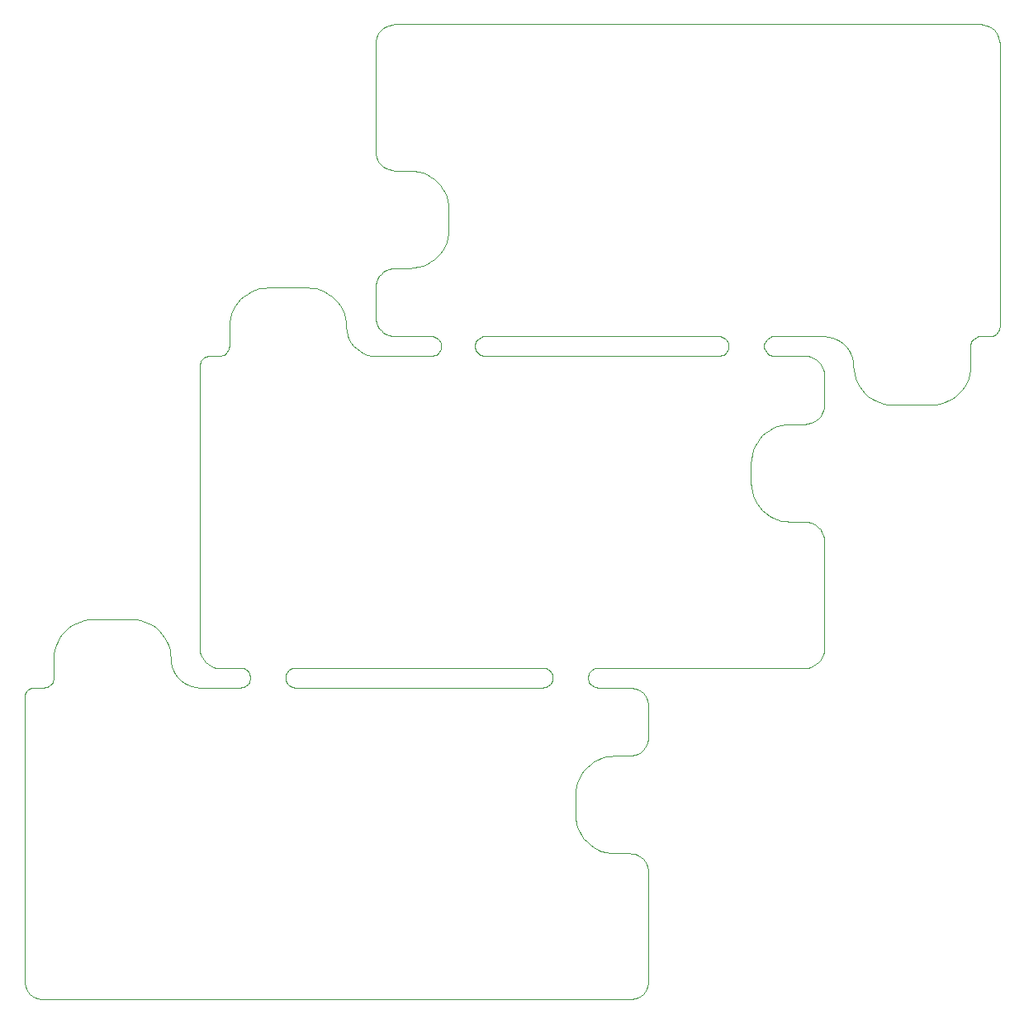
<source format=gko>
%MOIN*%
%OFA0B0*%
%FSLAX44Y44*%
%IPPOS*%
%LPD*%
%ADD10C,0*%
D10*
X00010948Y00013385D02*
X00010948Y00013385D01*
X00020930Y00013385D01*
X00020992Y00013380D01*
X00021052Y00013366D01*
X00021109Y00013342D01*
X00021161Y00013310D01*
X00021208Y00013270D01*
X00021249Y00013223D01*
X00021281Y00013170D01*
X00021304Y00013113D01*
X00021319Y00013053D01*
X00021324Y00012992D01*
X00021319Y00012930D01*
X00021304Y00012870D01*
X00021281Y00012813D01*
X00021249Y00012760D01*
X00021208Y00012713D01*
X00021161Y00012673D01*
X00021109Y00012641D01*
X00021052Y00012617D01*
X00020992Y00012603D01*
X00020930Y00012598D01*
X00020920Y00012598D01*
X00010927Y00012598D01*
X00010865Y00012603D01*
X00010805Y00012617D01*
X00010748Y00012641D01*
X00010695Y00012673D01*
X00010648Y00012713D01*
X00010608Y00012760D01*
X00010576Y00012813D01*
X00010552Y00012870D01*
X00010538Y00012930D01*
X00010533Y00012992D01*
X00010538Y00013053D01*
X00010552Y00013113D01*
X00010576Y00013170D01*
X00010608Y00013223D01*
X00010648Y00013270D01*
X00010695Y00013310D01*
X00010748Y00013342D01*
X00010805Y00013366D01*
X00010865Y00013380D01*
X00010927Y00013385D01*
X00010948Y00013385D01*
X00018580Y00025984D02*
X00018580Y00025984D01*
X00018518Y00025989D01*
X00018458Y00026003D01*
X00018401Y00026027D01*
X00018349Y00026059D01*
X00018302Y00026099D01*
X00018261Y00026146D01*
X00018229Y00026199D01*
X00018205Y00026256D01*
X00018191Y00026316D01*
X00018186Y00026377D01*
X00018191Y00026439D01*
X00018205Y00026499D01*
X00018229Y00026556D01*
X00018261Y00026609D01*
X00018302Y00026656D01*
X00018349Y00026696D01*
X00018401Y00026728D01*
X00018458Y00026752D01*
X00018518Y00026766D01*
X00018580Y00026771D01*
X00018653Y00026771D01*
X00018653Y00026771D01*
X00018653Y00026771D01*
X00018653Y00026771D01*
X00018653Y00026771D01*
X00018653Y00026771D01*
X00018653Y00026771D01*
X00018653Y00026771D01*
X00018653Y00026771D01*
X00018653Y00026771D01*
X00018653Y00026771D01*
X00018653Y00026771D01*
X00018653Y00026771D01*
X00018653Y00026771D01*
X00018653Y00026771D01*
X00018653Y00026771D01*
X00018653Y00026771D01*
X00018653Y00026771D01*
X00018653Y00026771D01*
X00018653Y00026771D01*
X00018653Y00026771D01*
X00028027Y00026771D01*
X00028027Y00026771D01*
X00028027Y00026771D01*
X00028027Y00026771D01*
X00028027Y00026771D01*
X00028027Y00026771D01*
X00028027Y00026771D01*
X00028027Y00026771D01*
X00028027Y00026771D01*
X00028027Y00026771D01*
X00028027Y00026771D01*
X00028027Y00026771D01*
X00028027Y00026771D01*
X00028027Y00026771D01*
X00028027Y00026771D01*
X00028027Y00026771D01*
X00028027Y00026771D01*
X00028027Y00026771D01*
X00028027Y00026771D01*
X00028027Y00026771D01*
X00028027Y00026771D01*
X00028036Y00026771D01*
X00028098Y00026766D01*
X00028158Y00026752D01*
X00028215Y00026728D01*
X00028268Y00026696D01*
X00028315Y00026656D01*
X00028355Y00026609D01*
X00028387Y00026556D01*
X00028411Y00026499D01*
X00028425Y00026439D01*
X00028430Y00026377D01*
X00028425Y00026316D01*
X00028411Y00026256D01*
X00028387Y00026199D01*
X00028355Y00026146D01*
X00028315Y00026099D01*
X00028268Y00026059D01*
X00028215Y00026027D01*
X00028158Y00026003D01*
X00028098Y00025989D01*
X00028036Y00025984D01*
X00018580Y00025984D01*
X00008700Y00013385D02*
X00008700Y00013385D01*
X00008722Y00013385D01*
X00008784Y00013380D01*
X00008844Y00013366D01*
X00008901Y00013342D01*
X00008953Y00013310D01*
X00009000Y00013270D01*
X00009041Y00013223D01*
X00009073Y00013170D01*
X00009096Y00013113D01*
X00009111Y00013053D01*
X00009116Y00012992D01*
X00009111Y00012930D01*
X00009096Y00012870D01*
X00009073Y00012813D01*
X00009041Y00012760D01*
X00009000Y00012713D01*
X00008953Y00012673D01*
X00008901Y00012641D01*
X00008844Y00012617D01*
X00008784Y00012603D01*
X00008722Y00012598D01*
X00007086Y00012598D01*
X00006918Y00012610D01*
X00006753Y00012646D01*
X00006595Y00012705D01*
X00006448Y00012785D01*
X00006313Y00012886D01*
X00006193Y00013006D01*
X00006093Y00013140D01*
X00006012Y00013288D01*
X00005953Y00013446D01*
X00005917Y00013611D01*
X00005905Y00013779D01*
X00005895Y00013955D01*
X00005866Y00014129D01*
X00005817Y00014299D01*
X00005749Y00014462D01*
X00005664Y00014617D01*
X00005561Y00014761D01*
X00005444Y00014893D01*
X00005312Y00015010D01*
X00005168Y00015112D01*
X00005013Y00015198D01*
X00004850Y00015265D01*
X00004681Y00015314D01*
X00004507Y00015344D01*
X00004330Y00015354D01*
X00002755Y00015354D01*
X00002579Y00015344D01*
X00002405Y00015314D01*
X00002235Y00015265D01*
X00002072Y00015198D01*
X00001918Y00015112D01*
X00001774Y00015010D01*
X00001642Y00014893D01*
X00001524Y00014761D01*
X00001422Y00014617D01*
X00001337Y00014462D01*
X00001269Y00014299D01*
X00001220Y00014129D01*
X00001191Y00013955D01*
X00001181Y00013779D01*
X00001181Y00012992D01*
X00001176Y00012930D01*
X00001161Y00012870D01*
X00001138Y00012813D01*
X00001105Y00012760D01*
X00001065Y00012713D01*
X00001018Y00012673D01*
X00000966Y00012641D01*
X00000909Y00012617D01*
X00000848Y00012603D01*
X00000787Y00012598D01*
X00000393Y00012598D01*
X00000332Y00012593D01*
X00000272Y00012579D01*
X00000214Y00012555D01*
X00000162Y00012523D01*
X00000115Y00012483D01*
X00000075Y00012436D01*
X00000042Y00012383D01*
X00000019Y00012326D01*
X00000004Y00012266D01*
X00000000Y00012204D01*
X00000000Y00000787D01*
X00000009Y00000664D01*
X00000038Y00000544D01*
X00000085Y00000429D01*
X00000150Y00000324D01*
X00000230Y00000230D01*
X00000324Y00000150D01*
X00000429Y00000085D01*
X00000544Y00000038D01*
X00000664Y00000009D01*
X00000787Y00000000D01*
X00024409Y00000000D01*
X00024532Y00000009D01*
X00024652Y00000038D01*
X00024766Y00000085D01*
X00024872Y00000150D01*
X00024966Y00000230D01*
X00025046Y00000324D01*
X00025111Y00000429D01*
X00025158Y00000544D01*
X00025187Y00000664D01*
X00025196Y00000787D01*
X00025196Y00005118D01*
X00025187Y00005241D01*
X00025158Y00005361D01*
X00025111Y00005475D01*
X00025046Y00005580D01*
X00024966Y00005674D01*
X00024872Y00005755D01*
X00024766Y00005819D01*
X00024652Y00005866D01*
X00024532Y00005895D01*
X00024409Y00005905D01*
X00023818Y00005905D01*
X00023642Y00005915D01*
X00023468Y00005944D01*
X00023298Y00005993D01*
X00023135Y00006061D01*
X00022981Y00006146D01*
X00022837Y00006249D01*
X00022705Y00006366D01*
X00022587Y00006498D01*
X00022485Y00006642D01*
X00022400Y00006797D01*
X00022332Y00006960D01*
X00022283Y00007129D01*
X00022254Y00007303D01*
X00022244Y00007480D01*
X00022244Y00008267D01*
X00022254Y00008444D01*
X00022283Y00008618D01*
X00022332Y00008787D01*
X00022400Y00008951D01*
X00022485Y00009105D01*
X00022587Y00009249D01*
X00022705Y00009381D01*
X00022837Y00009498D01*
X00022981Y00009601D01*
X00023135Y00009686D01*
X00023298Y00009754D01*
X00023468Y00009803D01*
X00023642Y00009832D01*
X00023818Y00009842D01*
X00024409Y00009842D01*
X00024532Y00009852D01*
X00024652Y00009881D01*
X00024766Y00009928D01*
X00024872Y00009992D01*
X00024966Y00010073D01*
X00025046Y00010167D01*
X00025111Y00010272D01*
X00025158Y00010386D01*
X00025187Y00010506D01*
X00025196Y00010629D01*
X00025196Y00011811D01*
X00025187Y00011934D01*
X00025158Y00012054D01*
X00025111Y00012168D01*
X00025046Y00012273D01*
X00024966Y00012367D01*
X00024872Y00012448D01*
X00024766Y00012512D01*
X00024652Y00012559D01*
X00024532Y00012588D01*
X00024409Y00012598D01*
X00023157Y00012598D01*
X00023147Y00012598D01*
X00023086Y00012603D01*
X00023025Y00012617D01*
X00022968Y00012641D01*
X00022916Y00012673D01*
X00022869Y00012713D01*
X00022829Y00012760D01*
X00022796Y00012813D01*
X00022773Y00012870D01*
X00022758Y00012930D01*
X00022753Y00012992D01*
X00022758Y00013053D01*
X00022773Y00013113D01*
X00022796Y00013170D01*
X00022829Y00013223D01*
X00022869Y00013270D01*
X00022916Y00013310D01*
X00022968Y00013342D01*
X00023025Y00013366D01*
X00023086Y00013380D01*
X00023147Y00013385D01*
X00031496Y00013385D01*
X00031619Y00013395D01*
X00031739Y00013424D01*
X00031853Y00013471D01*
X00031958Y00013536D01*
X00032052Y00013616D01*
X00032133Y00013710D01*
X00032197Y00013815D01*
X00032244Y00013929D01*
X00032273Y00014050D01*
X00032283Y00014173D01*
X00032283Y00018503D01*
X00032273Y00018627D01*
X00032244Y00018747D01*
X00032197Y00018861D01*
X00032133Y00018966D01*
X00032052Y00019060D01*
X00031958Y00019140D01*
X00031853Y00019205D01*
X00031739Y00019252D01*
X00031619Y00019281D01*
X00031496Y00019291D01*
X00030905Y00019291D01*
X00030729Y00019301D01*
X00030555Y00019330D01*
X00030385Y00019379D01*
X00030222Y00019447D01*
X00030067Y00019532D01*
X00029923Y00019634D01*
X00029791Y00019752D01*
X00029674Y00019884D01*
X00029572Y00020028D01*
X00029486Y00020182D01*
X00029419Y00020346D01*
X00029370Y00020515D01*
X00029340Y00020689D01*
X00029330Y00020866D01*
X00029330Y00021653D01*
X00029340Y00021829D01*
X00029370Y00022003D01*
X00029419Y00022173D01*
X00029486Y00022336D01*
X00029572Y00022491D01*
X00029674Y00022635D01*
X00029791Y00022767D01*
X00029923Y00022884D01*
X00030067Y00022986D01*
X00030222Y00023072D01*
X00030385Y00023139D01*
X00030555Y00023188D01*
X00030729Y00023218D01*
X00030905Y00023228D01*
X00031496Y00023228D01*
X00031619Y00023238D01*
X00031739Y00023266D01*
X00031853Y00023314D01*
X00031958Y00023378D01*
X00032052Y00023458D01*
X00032133Y00023552D01*
X00032197Y00023658D01*
X00032244Y00023772D01*
X00032273Y00023892D01*
X00032283Y00024015D01*
X00032283Y00025196D01*
X00032273Y00025320D01*
X00032244Y00025440D01*
X00032197Y00025554D01*
X00032133Y00025659D01*
X00032052Y00025753D01*
X00031958Y00025833D01*
X00031853Y00025898D01*
X00031739Y00025945D01*
X00031619Y00025974D01*
X00031496Y00025984D01*
X00030254Y00025984D01*
X00030192Y00025989D01*
X00030132Y00026003D01*
X00030075Y00026027D01*
X00030022Y00026059D01*
X00029975Y00026099D01*
X00029935Y00026146D01*
X00029903Y00026199D01*
X00029879Y00026256D01*
X00029865Y00026316D01*
X00029860Y00026377D01*
X00029865Y00026439D01*
X00029879Y00026499D01*
X00029903Y00026556D01*
X00029935Y00026609D01*
X00029975Y00026656D01*
X00030022Y00026696D01*
X00030075Y00026728D01*
X00030132Y00026752D01*
X00030192Y00026766D01*
X00030254Y00026771D01*
X00030263Y00026771D01*
X00030263Y00026771D01*
X00030263Y00026771D01*
X00030263Y00026771D01*
X00030263Y00026771D01*
X00030263Y00026771D01*
X00030263Y00026771D01*
X00030263Y00026771D01*
X00030263Y00026771D01*
X00030263Y00026771D01*
X00030263Y00026771D01*
X00030263Y00026771D01*
X00030263Y00026771D01*
X00030263Y00026771D01*
X00030263Y00026771D01*
X00030263Y00026771D01*
X00030263Y00026771D01*
X00030263Y00026771D01*
X00030263Y00026771D01*
X00030263Y00026771D01*
X00030263Y00026771D01*
X00032283Y00026771D01*
X00032451Y00026759D01*
X00032616Y00026723D01*
X00032774Y00026664D01*
X00032922Y00026584D01*
X00033056Y00026483D01*
X00033176Y00026364D01*
X00033277Y00026229D01*
X00033357Y00026081D01*
X00033416Y00025923D01*
X00033452Y00025758D01*
X00033464Y00025590D01*
X00033474Y00025414D01*
X00033504Y00025240D01*
X00033552Y00025070D01*
X00033620Y00024907D01*
X00033705Y00024752D01*
X00033808Y00024608D01*
X00033925Y00024476D01*
X00034057Y00024359D01*
X00034201Y00024257D01*
X00034356Y00024171D01*
X00034519Y00024104D01*
X00034688Y00024055D01*
X00034863Y00024025D01*
X00035039Y00024015D01*
X00036614Y00024015D01*
X00036790Y00024025D01*
X00036964Y00024055D01*
X00037134Y00024104D01*
X00037297Y00024171D01*
X00037452Y00024257D01*
X00037596Y00024359D01*
X00037727Y00024476D01*
X00037845Y00024608D01*
X00037947Y00024752D01*
X00038033Y00024907D01*
X00038100Y00025070D01*
X00038149Y00025240D01*
X00038179Y00025414D01*
X00038188Y00025590D01*
X00038188Y00026377D01*
X00038193Y00026439D01*
X00038208Y00026499D01*
X00038231Y00026556D01*
X00038264Y00026609D01*
X00038304Y00026656D01*
X00038351Y00026696D01*
X00038403Y00026728D01*
X00038461Y00026752D01*
X00038521Y00026766D01*
X00038582Y00026771D01*
X00038976Y00026771D01*
X00039037Y00026776D01*
X00039098Y00026790D01*
X00039155Y00026814D01*
X00039207Y00026846D01*
X00039254Y00026886D01*
X00039294Y00026933D01*
X00039327Y00026986D01*
X00039350Y00027043D01*
X00039365Y00027103D01*
X00039370Y00027165D01*
X00039370Y00038582D01*
X00039360Y00038705D01*
X00039331Y00038825D01*
X00039284Y00038940D01*
X00039219Y00039045D01*
X00039139Y00039139D01*
X00039045Y00039219D01*
X00038940Y00039284D01*
X00038826Y00039331D01*
X00038705Y00039360D01*
X00038582Y00039370D01*
X00014960Y00039370D01*
X00014837Y00039360D01*
X00014717Y00039331D01*
X00014603Y00039284D01*
X00014497Y00039219D01*
X00014403Y00039139D01*
X00014323Y00039045D01*
X00014259Y00038940D01*
X00014211Y00038825D01*
X00014182Y00038705D01*
X00014173Y00038582D01*
X00014173Y00034251D01*
X00014182Y00034128D01*
X00014211Y00034008D01*
X00014259Y00033894D01*
X00014323Y00033789D01*
X00014403Y00033695D01*
X00014497Y00033614D01*
X00014603Y00033550D01*
X00014717Y00033503D01*
X00014837Y00033474D01*
X00014960Y00033464D01*
X00015551Y00033464D01*
X00015727Y00033454D01*
X00015901Y00033425D01*
X00016071Y00033376D01*
X00016234Y00033308D01*
X00016389Y00033223D01*
X00016533Y00033120D01*
X00016664Y00033003D01*
X00016782Y00032871D01*
X00016884Y00032727D01*
X00016970Y00032573D01*
X00017037Y00032409D01*
X00017086Y00032240D01*
X00017116Y00032066D01*
X00017125Y00031889D01*
X00017125Y00031102D01*
X00017116Y00030926D01*
X00017086Y00030751D01*
X00017037Y00030582D01*
X00016970Y00030419D01*
X00016884Y00030264D01*
X00016782Y00030120D01*
X00016664Y00029988D01*
X00016533Y00029871D01*
X00016389Y00029768D01*
X00016234Y00029683D01*
X00016071Y00029615D01*
X00015901Y00029567D01*
X00015727Y00029537D01*
X00015551Y00029527D01*
X00014960Y00029527D01*
X00014837Y00029517D01*
X00014717Y00029489D01*
X00014603Y00029441D01*
X00014497Y00029377D01*
X00014403Y00029296D01*
X00014323Y00029202D01*
X00014259Y00029097D01*
X00014211Y00028983D01*
X00014182Y00028863D01*
X00014173Y00028740D01*
X00014173Y00027559D01*
X00014182Y00027435D01*
X00014211Y00027315D01*
X00014259Y00027201D01*
X00014323Y00027096D01*
X00014403Y00027002D01*
X00014497Y00026922D01*
X00014603Y00026857D01*
X00014717Y00026810D01*
X00014837Y00026781D01*
X00014960Y00026771D01*
X00016363Y00026771D01*
X00016363Y00026771D01*
X00016363Y00026771D01*
X00016363Y00026771D01*
X00016363Y00026771D01*
X00016363Y00026771D01*
X00016363Y00026771D01*
X00016363Y00026771D01*
X00016363Y00026771D01*
X00016363Y00026771D01*
X00016363Y00026771D01*
X00016363Y00026771D01*
X00016363Y00026771D01*
X00016363Y00026771D01*
X00016363Y00026771D01*
X00016363Y00026771D01*
X00016363Y00026771D01*
X00016363Y00026771D01*
X00016363Y00026771D01*
X00016363Y00026771D01*
X00016363Y00026771D01*
X00016436Y00026771D01*
X00016498Y00026766D01*
X00016558Y00026752D01*
X00016615Y00026728D01*
X00016668Y00026696D01*
X00016715Y00026656D01*
X00016755Y00026609D01*
X00016787Y00026556D01*
X00016811Y00026499D01*
X00016825Y00026439D01*
X00016830Y00026377D01*
X00016825Y00026316D01*
X00016811Y00026256D01*
X00016787Y00026199D01*
X00016755Y00026146D01*
X00016715Y00026099D01*
X00016668Y00026059D01*
X00016615Y00026027D01*
X00016558Y00026003D01*
X00016498Y00025989D01*
X00016436Y00025984D01*
X00014173Y00025984D01*
X00014005Y00025996D01*
X00013840Y00026032D01*
X00013682Y00026090D01*
X00013534Y00026171D01*
X00013399Y00026272D01*
X00013280Y00026391D01*
X00013179Y00026526D01*
X00013098Y00026674D01*
X00013039Y00026832D01*
X00013004Y00026997D01*
X00012992Y00027165D01*
X00012982Y00027341D01*
X00012952Y00027515D01*
X00012903Y00027685D01*
X00012836Y00027848D01*
X00012750Y00028003D01*
X00012648Y00028147D01*
X00012530Y00028278D01*
X00012399Y00028396D01*
X00012255Y00028498D01*
X00012100Y00028584D01*
X00011937Y00028651D01*
X00011767Y00028700D01*
X00011593Y00028730D01*
X00011417Y00028740D01*
X00009842Y00028740D01*
X00009666Y00028730D01*
X00009492Y00028700D01*
X00009322Y00028651D01*
X00009159Y00028584D01*
X00009004Y00028498D01*
X00008860Y00028396D01*
X00008728Y00028278D01*
X00008611Y00028147D01*
X00008509Y00028003D01*
X00008423Y00027848D01*
X00008356Y00027685D01*
X00008307Y00027515D01*
X00008277Y00027341D01*
X00008267Y00027165D01*
X00008267Y00026377D01*
X00008262Y00026316D01*
X00008248Y00026256D01*
X00008224Y00026199D01*
X00008192Y00026146D01*
X00008152Y00026099D01*
X00008105Y00026059D01*
X00008052Y00026027D01*
X00007995Y00026003D01*
X00007935Y00025989D01*
X00007874Y00025984D01*
X00007480Y00025984D01*
X00007418Y00025979D01*
X00007358Y00025964D01*
X00007301Y00025941D01*
X00007248Y00025909D01*
X00007201Y00025868D01*
X00007161Y00025821D01*
X00007129Y00025769D01*
X00007105Y00025712D01*
X00007091Y00025652D01*
X00007086Y00025590D01*
X00007086Y00014173D01*
X00007096Y00014050D01*
X00007125Y00013929D01*
X00007172Y00013815D01*
X00007236Y00013710D01*
X00007317Y00013616D01*
X00007411Y00013536D01*
X00007516Y00013471D01*
X00007630Y00013424D01*
X00007750Y00013395D01*
X00007874Y00013385D01*
X00008700Y00013385D01*
M02*
</source>
